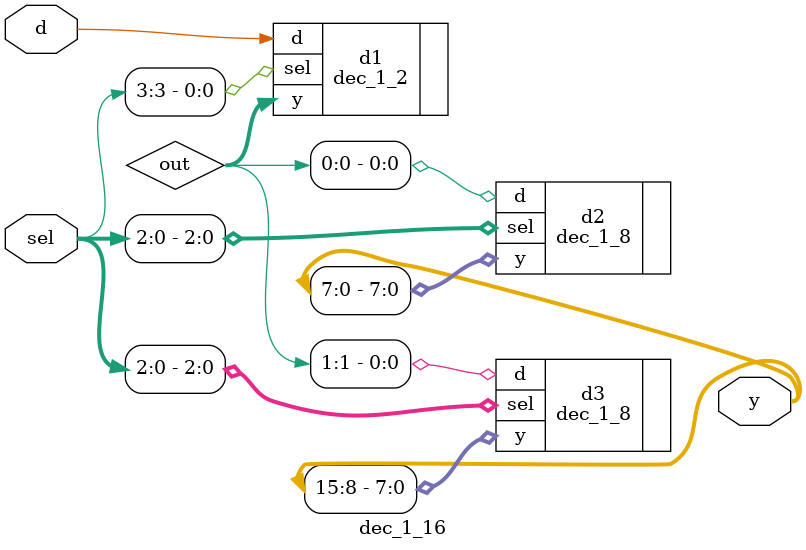
<source format=sv>
`timescale 1ns/10ps

module dec_1_16 (d, sel, y);
	input logic d;
	input logic [3:0] sel;
	output logic [15:0] y;
	
	logic [1:0] out;
	
	dec_1_2 d1 (.d(d), .sel(sel[3]), .y(out));
	dec_1_8 d2 (.d(out[0]), .sel(sel[2:0]), .y(y[7:0]));
	dec_1_8 d3 (.d(out[1]), .sel(sel[2:0]), .y(y[15:8]));
	
endmodule

</source>
